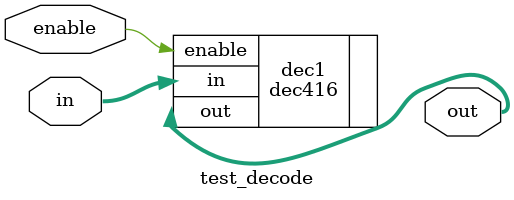
<source format=sv>
module test_decode (
    //input logic [D:C:B:A] in,
    input logic [3:0] in, // 4-bit input signal
    
    input enable, // enable signal
    
    //output logic [P:O:N:M:L:K:J:I:H:G:F:E:D:C:B:A] out
    output logic [15:0] out // 16-bit output signal
);

// Instantiate the dec416 module and connect its input, enable, and output signals to the corresponding signals in this module.
dec416 dec1 (
    .in(in), // connect input signal
    .enable(enable), // connect enable signal
    .out(out) // connect output signal
);

endmodule

</source>
